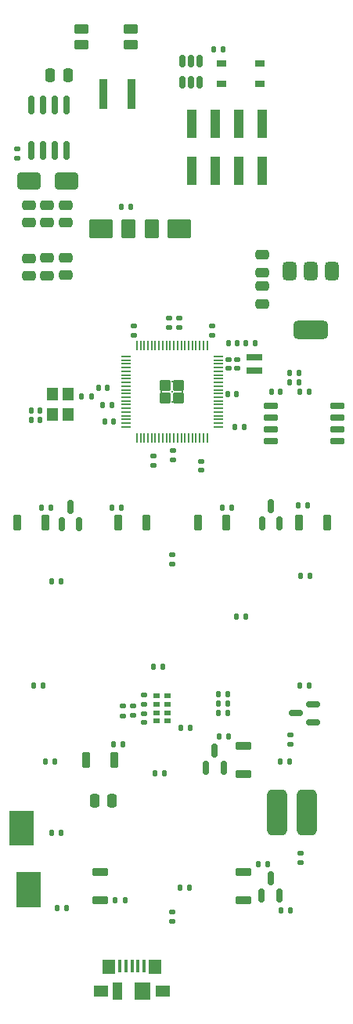
<source format=gbp>
G04 #@! TF.GenerationSoftware,KiCad,Pcbnew,8.0.4*
G04 #@! TF.CreationDate,2025-03-19T09:33:49+11:00*
G04 #@! TF.ProjectId,nokia,6e6f6b69-612e-46b6-9963-61645f706362,rev?*
G04 #@! TF.SameCoordinates,Original*
G04 #@! TF.FileFunction,Paste,Bot*
G04 #@! TF.FilePolarity,Positive*
%FSLAX46Y46*%
G04 Gerber Fmt 4.6, Leading zero omitted, Abs format (unit mm)*
G04 Created by KiCad (PCBNEW 8.0.4) date 2025-03-19 09:33:49*
%MOMM*%
%LPD*%
G01*
G04 APERTURE LIST*
G04 Aperture macros list*
%AMRoundRect*
0 Rectangle with rounded corners*
0 $1 Rounding radius*
0 $2 $3 $4 $5 $6 $7 $8 $9 X,Y pos of 4 corners*
0 Add a 4 corners polygon primitive as box body*
4,1,4,$2,$3,$4,$5,$6,$7,$8,$9,$2,$3,0*
0 Add four circle primitives for the rounded corners*
1,1,$1+$1,$2,$3*
1,1,$1+$1,$4,$5*
1,1,$1+$1,$6,$7*
1,1,$1+$1,$8,$9*
0 Add four rect primitives between the rounded corners*
20,1,$1+$1,$2,$3,$4,$5,0*
20,1,$1+$1,$4,$5,$6,$7,0*
20,1,$1+$1,$6,$7,$8,$9,0*
20,1,$1+$1,$8,$9,$2,$3,0*%
%AMFreePoly0*
4,1,17,1.239561,1.918663,1.288452,1.862240,1.300426,1.807198,1.300426,-1.628440,1.279392,-1.700074,1.222969,-1.748965,1.167927,-1.760939,-1.241481,-1.760939,-1.313115,-1.739905,-1.362006,-1.683482,-1.373980,-1.628440,-1.373980,1.807198,-1.352946,1.878832,-1.296523,1.927723,-1.241481,1.939697,1.167927,1.939697,1.239561,1.918663,1.239561,1.918663,$1*%
%AMFreePoly1*
4,1,21,1.481047,1.611465,1.529938,1.555042,1.541912,1.500000,1.541912,-2.069488,1.520878,-2.141122,1.464455,-2.190013,1.409413,-2.201987,-1.000000,-2.201987,-1.071634,-2.180953,-1.120525,-2.124530,-1.132499,-2.069488,-1.132499,-0.453074,-1.143000,-0.381000,-1.143000,0.381000,-1.132499,0.453074,-1.132499,1.500000,-1.111465,1.571634,-1.055042,1.620525,-1.000000,1.632499,1.409413,1.632499,
1.481047,1.611465,1.481047,1.611465,$1*%
G04 Aperture macros list end*
%ADD10R,0.950000X3.300000*%
%ADD11RoundRect,0.160000X0.240000X0.715000X-0.240000X0.715000X-0.240000X-0.715000X0.240000X-0.715000X0*%
%ADD12RoundRect,0.160000X-0.240000X-0.715000X0.240000X-0.715000X0.240000X0.715000X-0.240000X0.715000X0*%
%ADD13RoundRect,0.160000X0.715000X-0.240000X0.715000X0.240000X-0.715000X0.240000X-0.715000X-0.240000X0*%
%ADD14RoundRect,0.160000X-0.715000X0.240000X-0.715000X-0.240000X0.715000X-0.240000X0.715000X0.240000X0*%
%ADD15RoundRect,0.250000X0.350000X-0.350000X0.350000X0.350000X-0.350000X0.350000X-0.350000X-0.350000X0*%
%ADD16RoundRect,0.055000X-0.055000X-0.441750X0.055000X-0.441750X0.055000X0.441750X-0.055000X0.441750X0*%
%ADD17RoundRect,0.052500X-0.052500X-0.444250X0.052500X-0.444250X0.052500X0.444250X-0.052500X0.444250X0*%
%ADD18RoundRect,0.055000X0.441750X-0.055000X0.441750X0.055000X-0.441750X0.055000X-0.441750X-0.055000X0*%
%ADD19RoundRect,0.052500X0.444250X-0.052500X0.444250X0.052500X-0.444250X0.052500X-0.444250X-0.052500X0*%
%ADD20R,0.133333X0.133333*%
%ADD21R,0.800000X0.500000*%
%ADD22R,1.700000X0.700000*%
%ADD23RoundRect,0.150000X0.650000X0.150000X-0.650000X0.150000X-0.650000X-0.150000X0.650000X-0.150000X0*%
%ADD24RoundRect,0.150000X0.150000X-0.587500X0.150000X0.587500X-0.150000X0.587500X-0.150000X-0.587500X0*%
%ADD25RoundRect,0.250000X0.475000X-0.250000X0.475000X0.250000X-0.475000X0.250000X-0.475000X-0.250000X0*%
%ADD26RoundRect,0.135000X-0.135000X-0.185000X0.135000X-0.185000X0.135000X0.185000X-0.135000X0.185000X0*%
%ADD27RoundRect,0.135000X0.135000X0.185000X-0.135000X0.185000X-0.135000X-0.185000X0.135000X-0.185000X0*%
%ADD28RoundRect,0.140000X-0.140000X-0.170000X0.140000X-0.170000X0.140000X0.170000X-0.140000X0.170000X0*%
%ADD29RoundRect,0.135000X0.185000X-0.135000X0.185000X0.135000X-0.185000X0.135000X-0.185000X-0.135000X0*%
%ADD30RoundRect,0.140000X0.170000X-0.140000X0.170000X0.140000X-0.170000X0.140000X-0.170000X-0.140000X0*%
%ADD31RoundRect,0.150000X0.587500X0.150000X-0.587500X0.150000X-0.587500X-0.150000X0.587500X-0.150000X0*%
%ADD32RoundRect,0.150000X-0.150000X0.512500X-0.150000X-0.512500X0.150000X-0.512500X0.150000X0.512500X0*%
%ADD33FreePoly0,180.000000*%
%ADD34FreePoly1,180.000000*%
%ADD35R,1.050000X0.650000*%
%ADD36R,0.450000X1.380000*%
%ADD37R,1.650000X1.300000*%
%ADD38R,1.425000X1.550000*%
%ADD39R,1.800000X1.900000*%
%ADD40R,1.000000X1.900000*%
%ADD41RoundRect,0.140000X-0.170000X0.140000X-0.170000X-0.140000X0.170000X-0.140000X0.170000X0.140000X0*%
%ADD42RoundRect,0.100000X1.150000X0.900000X-1.150000X0.900000X-1.150000X-0.900000X1.150000X-0.900000X0*%
%ADD43RoundRect,0.075000X0.675000X0.925000X-0.675000X0.925000X-0.675000X-0.925000X0.675000X-0.925000X0*%
%ADD44RoundRect,0.140000X0.140000X0.170000X-0.140000X0.170000X-0.140000X-0.170000X0.140000X-0.170000X0*%
%ADD45RoundRect,0.375000X-0.375000X0.625000X-0.375000X-0.625000X0.375000X-0.625000X0.375000X0.625000X0*%
%ADD46RoundRect,0.500000X-1.400000X0.500000X-1.400000X-0.500000X1.400000X-0.500000X1.400000X0.500000X0*%
%ADD47RoundRect,0.135000X-0.185000X0.135000X-0.185000X-0.135000X0.185000X-0.135000X0.185000X0.135000X0*%
%ADD48RoundRect,0.250000X1.000000X0.650000X-1.000000X0.650000X-1.000000X-0.650000X1.000000X-0.650000X0*%
%ADD49R,1.000000X3.150000*%
%ADD50RoundRect,0.250000X-0.475000X0.250000X-0.475000X-0.250000X0.475000X-0.250000X0.475000X0.250000X0*%
%ADD51RoundRect,0.250000X-0.250000X-0.475000X0.250000X-0.475000X0.250000X0.475000X-0.250000X0.475000X0*%
%ADD52RoundRect,0.550000X0.550000X1.925000X-0.550000X1.925000X-0.550000X-1.925000X0.550000X-1.925000X0*%
%ADD53RoundRect,0.250000X0.250000X0.475000X-0.250000X0.475000X-0.250000X-0.475000X0.250000X-0.475000X0*%
%ADD54RoundRect,0.147500X0.172500X-0.147500X0.172500X0.147500X-0.172500X0.147500X-0.172500X-0.147500X0*%
%ADD55RoundRect,0.250000X0.550000X0.250000X-0.550000X0.250000X-0.550000X-0.250000X0.550000X-0.250000X0*%
%ADD56RoundRect,0.250000X0.548250X0.250000X-0.548250X0.250000X-0.548250X-0.250000X0.548250X-0.250000X0*%
%ADD57RoundRect,0.150000X0.150000X-0.825000X0.150000X0.825000X-0.150000X0.825000X-0.150000X-0.825000X0*%
%ADD58R,1.200000X1.400000*%
G04 APERTURE END LIST*
D10*
X38100000Y-28000000D03*
X35100000Y-28000000D03*
D11*
X28775000Y-74350000D03*
X25725000Y-74350000D03*
D12*
X36650000Y-74350000D03*
X39700000Y-74350000D03*
D11*
X48375000Y-74350000D03*
X45325000Y-74350000D03*
X36275000Y-100000000D03*
X33225000Y-100000000D03*
D12*
X56250000Y-74375000D03*
X59300000Y-74375000D03*
D13*
X34750000Y-115125000D03*
X34750000Y-112075000D03*
D14*
X50250000Y-112100000D03*
X50250000Y-115150000D03*
X50250000Y-98500000D03*
X50250000Y-101550000D03*
D15*
X41796500Y-60900000D03*
X43196500Y-60900000D03*
X41796500Y-59500000D03*
X43196500Y-59500000D03*
D16*
X46296500Y-65203250D03*
X45896500Y-65203250D03*
X45496500Y-65203250D03*
X45096500Y-65203250D03*
X44696500Y-65203250D03*
X44296500Y-65203250D03*
X43896500Y-65203250D03*
X43496500Y-65203250D03*
X43096500Y-65203250D03*
X42696500Y-65203250D03*
X42296500Y-65203250D03*
X41896500Y-65203250D03*
X41496500Y-65203250D03*
X41096500Y-65203250D03*
X40696500Y-65203250D03*
X40296500Y-65203250D03*
D17*
X39891500Y-65203250D03*
D16*
X39496500Y-65203250D03*
X39096500Y-65203250D03*
X38696500Y-65203250D03*
D18*
X37493250Y-64000000D03*
X37493250Y-63600000D03*
X37493250Y-63200000D03*
X37493250Y-62800000D03*
X37493250Y-62400000D03*
X37493250Y-62000000D03*
X37493250Y-61600000D03*
X37493250Y-61200000D03*
X37493250Y-60800000D03*
X37493250Y-60400000D03*
X37493250Y-60000000D03*
X37493250Y-59600000D03*
X37493250Y-59200000D03*
X37493250Y-58800000D03*
X37493250Y-58400000D03*
X37493250Y-58000000D03*
X37493250Y-57600000D03*
X37493250Y-57200000D03*
X37493250Y-56800000D03*
X37493250Y-56400000D03*
D16*
X38696500Y-55196750D03*
X39096500Y-55196750D03*
X39496500Y-55196750D03*
X39896500Y-55196750D03*
X40296500Y-55196750D03*
X40696500Y-55196750D03*
X41096500Y-55196750D03*
X41496500Y-55196750D03*
D17*
X41891500Y-55196750D03*
D16*
X42296500Y-55196750D03*
X42696500Y-55196750D03*
X43096500Y-55196750D03*
X43496500Y-55196750D03*
D17*
X43891500Y-55196750D03*
D16*
X44296500Y-55196750D03*
X44696500Y-55196750D03*
X45096500Y-55196750D03*
X45496500Y-55196750D03*
X45896500Y-55196750D03*
X46296500Y-55196750D03*
D18*
X47499750Y-56400000D03*
D19*
X47499750Y-56805000D03*
D18*
X47499750Y-57200000D03*
X47499750Y-57600000D03*
X47499750Y-58000000D03*
X47499750Y-58400000D03*
D19*
X47499750Y-58805000D03*
D18*
X47499750Y-59200000D03*
X47499750Y-59600000D03*
X47499750Y-60000000D03*
X47499750Y-60400000D03*
X47499750Y-60800000D03*
X47499750Y-61200000D03*
X47499750Y-61600000D03*
X47499750Y-62000000D03*
X47499750Y-62400000D03*
X47499750Y-62800000D03*
X47499750Y-63200000D03*
X47499750Y-63600000D03*
X47499750Y-64000000D03*
D20*
X41363167Y-61333333D03*
X42496500Y-61333333D03*
X43629833Y-61333333D03*
X41363167Y-60200000D03*
X42496500Y-60200000D03*
X43629833Y-60200000D03*
X41363167Y-59066667D03*
X42496500Y-59066667D03*
X43629833Y-59066667D03*
D21*
X42000000Y-93100000D03*
X42000000Y-94000000D03*
X42000000Y-94900000D03*
X42000000Y-95800000D03*
X40800000Y-95800000D03*
X40800000Y-94900000D03*
X40800000Y-94000000D03*
X40800000Y-93100000D03*
D22*
X51391790Y-57900000D03*
X51391790Y-56500000D03*
D23*
X60400000Y-61725000D03*
X60400000Y-62995000D03*
X60400000Y-64265000D03*
X60400000Y-65535000D03*
X53200000Y-65535000D03*
X53200000Y-64265000D03*
X53200000Y-62995000D03*
X53200000Y-61725000D03*
D24*
X32475000Y-74500000D03*
X30575000Y-74500000D03*
X31525000Y-72625000D03*
X48075000Y-100875000D03*
X46175000Y-100875000D03*
X47125000Y-99000000D03*
D25*
X27040000Y-47680000D03*
X27040000Y-45780000D03*
D26*
X46990000Y-23250000D03*
X48010000Y-23250000D03*
X30080000Y-116000000D03*
X31100000Y-116000000D03*
D27*
X48500000Y-94900000D03*
X47480000Y-94900000D03*
X41520000Y-89900000D03*
X40500000Y-89900000D03*
D28*
X48510000Y-60460000D03*
X49470000Y-60460000D03*
D26*
X54180000Y-100200000D03*
X55200000Y-100200000D03*
D24*
X54100000Y-114650000D03*
X52200000Y-114650000D03*
X53150000Y-112775000D03*
D29*
X42500000Y-117420000D03*
X42500000Y-116400000D03*
D25*
X29000000Y-47650000D03*
X29000000Y-45750000D03*
D27*
X50520000Y-84500000D03*
X49500000Y-84500000D03*
D25*
X29000000Y-41950000D03*
X29000000Y-40050000D03*
D30*
X38400000Y-54080000D03*
X38400000Y-53120000D03*
D31*
X57800000Y-94000000D03*
X57800000Y-95900000D03*
X55925000Y-94950000D03*
D30*
X43325000Y-53250000D03*
X43325000Y-52290000D03*
D32*
X43600000Y-24475000D03*
X44550000Y-24475000D03*
X45500000Y-24475000D03*
X45500000Y-26750000D03*
X44550000Y-26750000D03*
X43600000Y-26750000D03*
D27*
X56200000Y-59200000D03*
X55180000Y-59200000D03*
D26*
X40690000Y-101400000D03*
X41710000Y-101400000D03*
D27*
X52870000Y-111300000D03*
X51850000Y-111300000D03*
D30*
X42200000Y-53235000D03*
X42200000Y-52275000D03*
D33*
X26178713Y-107300000D03*
D34*
X27178713Y-114300000D03*
D27*
X37400000Y-115175000D03*
X36380000Y-115175000D03*
X55300000Y-116300000D03*
X54280000Y-116300000D03*
D35*
X47850000Y-26900000D03*
X52000000Y-26900000D03*
X47850000Y-24750000D03*
X52000000Y-24750000D03*
D28*
X37040000Y-40200000D03*
X38000000Y-40200000D03*
D36*
X39462500Y-122290000D03*
X38812500Y-122290000D03*
X38162500Y-122290000D03*
X37512500Y-122290000D03*
X36862500Y-122290000D03*
D37*
X41537500Y-124950000D03*
D38*
X40650000Y-122375000D03*
D39*
X39312500Y-124950000D03*
D40*
X36612500Y-124950000D03*
D38*
X35675000Y-122375000D03*
D37*
X34787500Y-124950000D03*
D41*
X39500000Y-95020000D03*
X39500000Y-95980000D03*
D26*
X28800000Y-100200000D03*
X29820000Y-100200000D03*
D27*
X48500000Y-93900000D03*
X47480000Y-93900000D03*
D42*
X43288102Y-42600000D03*
D43*
X40288102Y-42600000D03*
X37788102Y-42600000D03*
D42*
X34788102Y-42600000D03*
D27*
X28520000Y-92000000D03*
X27500000Y-92000000D03*
D26*
X43480000Y-96500000D03*
X44500000Y-96500000D03*
D24*
X54125000Y-74475000D03*
X52225000Y-74475000D03*
X53175000Y-72600000D03*
D28*
X49325000Y-64025000D03*
X50285000Y-64025000D03*
D44*
X49560000Y-55000000D03*
X48600000Y-55000000D03*
D27*
X29395000Y-72700000D03*
X28375000Y-72700000D03*
D28*
X53240000Y-60225000D03*
X54200000Y-60225000D03*
D45*
X55200000Y-47200000D03*
X57500000Y-47200000D03*
D46*
X57500000Y-53500000D03*
D45*
X59800000Y-47200000D03*
D47*
X37200000Y-94200000D03*
X37200000Y-95220000D03*
X56375000Y-110080000D03*
X56375000Y-111100000D03*
D30*
X48580000Y-57660000D03*
X48580000Y-56700000D03*
D47*
X42500000Y-77800000D03*
X42500000Y-78820000D03*
D25*
X31000000Y-41950000D03*
X31000000Y-40050000D03*
D44*
X36200000Y-63400000D03*
X35240000Y-63400000D03*
D48*
X31060000Y-37450000D03*
X27060000Y-37450000D03*
D41*
X40475000Y-67190000D03*
X40475000Y-68150000D03*
D49*
X52250000Y-36300000D03*
X52250000Y-31250000D03*
X49710000Y-36300000D03*
X49710000Y-31250000D03*
X47170000Y-36300000D03*
X47170000Y-31250000D03*
X44630000Y-36300000D03*
X44630000Y-31250000D03*
D29*
X39500000Y-94010000D03*
X39500000Y-92990000D03*
D44*
X28230000Y-62250000D03*
X27270000Y-62250000D03*
D41*
X38300000Y-94200000D03*
X38300000Y-95160000D03*
D44*
X28230000Y-63250000D03*
X27270000Y-63250000D03*
D27*
X33760000Y-60750000D03*
X32740000Y-60750000D03*
D44*
X35980000Y-61675000D03*
X35020000Y-61675000D03*
D27*
X48995000Y-72700000D03*
X47975000Y-72700000D03*
D50*
X52250000Y-45400000D03*
X52250000Y-47300000D03*
D30*
X46800000Y-54080000D03*
X46800000Y-53120000D03*
D25*
X52250000Y-50700000D03*
X52250000Y-48800000D03*
X27000000Y-41950000D03*
X27000000Y-40050000D03*
D30*
X49590000Y-57660000D03*
X49590000Y-56700000D03*
D51*
X29350000Y-26000000D03*
X31250000Y-26000000D03*
D27*
X57420000Y-80100000D03*
X56400000Y-80100000D03*
D26*
X56300000Y-92000000D03*
X57320000Y-92000000D03*
X36025000Y-72700000D03*
X37045000Y-72700000D03*
X56175000Y-72475000D03*
X57195000Y-72475000D03*
D27*
X56200000Y-58200000D03*
X55180000Y-58200000D03*
D47*
X25750000Y-33990000D03*
X25750000Y-35010000D03*
D27*
X37175000Y-98300000D03*
X36155000Y-98300000D03*
D44*
X35480000Y-59800000D03*
X34520000Y-59800000D03*
D26*
X29480000Y-80700000D03*
X30500000Y-80700000D03*
D27*
X51510000Y-55000000D03*
X50490000Y-55000000D03*
D25*
X31030000Y-47600000D03*
X31030000Y-45700000D03*
D26*
X47615000Y-97500000D03*
X48635000Y-97500000D03*
D52*
X57100000Y-105675000D03*
X53900000Y-105675000D03*
D27*
X57340000Y-60180000D03*
X56320000Y-60180000D03*
D53*
X36000000Y-104400000D03*
X34100000Y-104400000D03*
D41*
X45620000Y-67730000D03*
X45620000Y-68690000D03*
D54*
X55300000Y-98270000D03*
X55300000Y-97300000D03*
D26*
X29490000Y-107900000D03*
X30510000Y-107900000D03*
X43390000Y-113800000D03*
X44410000Y-113800000D03*
D55*
X38000000Y-21000000D03*
D56*
X32698250Y-21000000D03*
D55*
X38000000Y-22700000D03*
D56*
X32698250Y-22700000D03*
D57*
X31060000Y-34150000D03*
X29790000Y-34150000D03*
X28520000Y-34150000D03*
X27250000Y-34150000D03*
X27250000Y-29200000D03*
X28520000Y-29200000D03*
X29790000Y-29200000D03*
X31060000Y-29200000D03*
D27*
X48510000Y-92900000D03*
X47490000Y-92900000D03*
D58*
X29550000Y-62700000D03*
X29550000Y-60500000D03*
X31250000Y-60500000D03*
X31250000Y-62700000D03*
D41*
X42625000Y-66600000D03*
X42625000Y-67560000D03*
M02*

</source>
